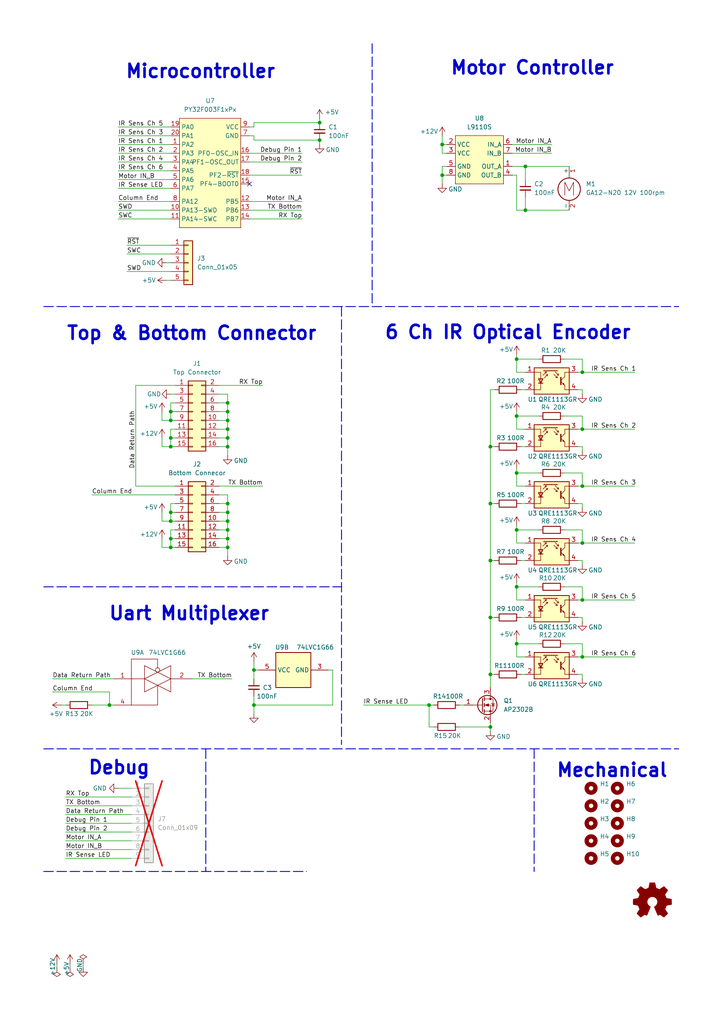
<source format=kicad_sch>
(kicad_sch (version 20231120) (generator "eeschema") (generator_version "8.0")
  (paper "A4" portrait)
  (title_block (title "Side Panel") (date "2024-07-28") (rev "4.0.0") (company "OpenFlap") (comment 1 "Designer: Toon Van Eyck"))
  (lib_symbols
    (symbol "74xGxx:74LVC1G66"
      (property "Reference" "U" (at 2.54 7.62 0))
      (property "Value" "74LVC1G66" (at 7.62 -7.62 0))
      (symbol "74LVC1G66_1_1"
        (pin bidirectional line (at -12.7 0 0) (length 5.08) (name "~") (number "1"))
        (pin bidirectional line (at 10.16 0 180) (length 6.35) (name "~") (number "2"))
        (pin input line (at -12.7 -7.62 0) (length 5.08) (name "~") (number "4"))
      )
      (symbol "74LVC1G66_2_1"
        (pin power_in line (at 0 -10.16 90) (length 5.08) (name "GND") (number "3"))
        (pin power_in line (at 0 10.16 270) (length 5.08) (name "VCC") (number "5"))
      )
    )
    (symbol "Connector_Generic:Conn_01x05" (pin_names (offset 1.016) hide)
      (property "Reference" "J" (at 0 7.62 0))
      (property "Value" "Conn_01x05" (at 0 -7.62 0))
      (symbol "Conn_01x05_1_1"
        (pin passive line (at -5.08 5.08 0) (length 3.81) (name "Pin_1") (number "1"))
        (pin passive line (at -5.08 2.54 0) (length 3.81) (name "Pin_2") (number "2"))
        (pin passive line (at -5.08 0 0) (length 3.81) (name "Pin_3") (number "3"))
        (pin passive line (at -5.08 -2.54 0) (length 3.81) (name "Pin_4") (number "4"))
        (pin passive line (at -5.08 -5.08 0) (length 3.81) (name "Pin_5") (number "5"))
      )
    )
    (symbol "Connector_Generic:Conn_01x09" (pin_names (offset 1.016) hide)
      (property "Reference" "J" (at 0 12.7 0))
      (property "Value" "Conn_01x09" (at 0 -12.7 0))
      (symbol "Conn_01x09_1_1"
        (pin passive line (at -5.08 10.16 0) (length 3.81) (name "Pin_1") (number "1"))
        (pin passive line (at -5.08 7.62 0) (length 3.81) (name "Pin_2") (number "2"))
        (pin passive line (at -5.08 5.08 0) (length 3.81) (name "Pin_3") (number "3"))
        (pin passive line (at -5.08 2.54 0) (length 3.81) (name "Pin_4") (number "4"))
        (pin passive line (at -5.08 0 0) (length 3.81) (name "Pin_5") (number "5"))
        (pin passive line (at -5.08 -2.54 0) (length 3.81) (name "Pin_6") (number "6"))
        (pin passive line (at -5.08 -5.08 0) (length 3.81) (name "Pin_7") (number "7"))
        (pin passive line (at -5.08 -7.62 0) (length 3.81) (name "Pin_8") (number "8"))
        (pin passive line (at -5.08 -10.16 0) (length 3.81) (name "Pin_9") (number "9"))
      )
    )
    (symbol "Connector_Generic:Conn_02x08_Odd_Even" (pin_names (offset 1.016) hide)
      (property "Reference" "J" (at 1.27 10.16 0))
      (property "Value" "Conn_02x08_Odd_Even" (at 1.27 -12.7 0))
      (symbol "Conn_02x08_Odd_Even_1_1"
        (pin passive line (at -5.08 7.62 0) (length 3.81) (name "Pin_1") (number "1"))
        (pin passive line (at 7.62 -2.54 180) (length 3.81) (name "Pin_10") (number "10"))
        (pin passive line (at -5.08 -5.08 0) (length 3.81) (name "Pin_11") (number "11"))
        (pin passive line (at 7.62 -5.08 180) (length 3.81) (name "Pin_12") (number "12"))
        (pin passive line (at -5.08 -7.62 0) (length 3.81) (name "Pin_13") (number "13"))
        (pin passive line (at 7.62 -7.62 180) (length 3.81) (name "Pin_14") (number "14"))
        (pin passive line (at -5.08 -10.16 0) (length 3.81) (name "Pin_15") (number "15"))
        (pin passive line (at 7.62 -10.16 180) (length 3.81) (name "Pin_16") (number "16"))
        (pin passive line (at 7.62 7.62 180) (length 3.81) (name "Pin_2") (number "2"))
        (pin passive line (at -5.08 5.08 0) (length 3.81) (name "Pin_3") (number "3"))
        (pin passive line (at 7.62 5.08 180) (length 3.81) (name "Pin_4") (number "4"))
        (pin passive line (at -5.08 2.54 0) (length 3.81) (name "Pin_5") (number "5"))
        (pin passive line (at 7.62 2.54 180) (length 3.81) (name "Pin_6") (number "6"))
        (pin passive line (at -5.08 0 0) (length 3.81) (name "Pin_7") (number "7"))
        (pin passive line (at 7.62 0 180) (length 3.81) (name "Pin_8") (number "8"))
        (pin passive line (at -5.08 -2.54 0) (length 3.81) (name "Pin_9") (number "9"))
      )
    )
    (symbol "Device:C_Small" (pin_numbers hide) (pin_names (offset 0.254) hide)
      (property "Reference" "C" (at 0.254 1.778 0))
      (property "Value" "C_Small" (at 0.254 -2.032 0))
      (symbol "C_Small_1_1"
        (pin passive line (at 0 2.54 270) (length 2.032) (name "~") (number "1"))
        (pin passive line (at 0 -2.54 90) (length 2.032) (name "~") (number "2"))
      )
    )
    (symbol "Device:Q_NMOS_GSD" (pin_names (offset 0) hide)
      (property "Reference" "Q1" (at 6.35 1.27 0))
      (property "Value" "AP2302B" (at 6.35 -1.27 0))
      (symbol "Q_NMOS_GSD_1_1"
        (pin input line (at -5.08 0 0) (length 2.54) (name "G") (number "1"))
        (pin passive line (at 2.54 -5.08 90) (length 2.54) (name "S") (number "2"))
        (pin passive line (at 2.54 5.08 270) (length 2.54) (name "D") (number "3"))
      )
    )
    (symbol "Device:R" (pin_numbers hide) (pin_names (offset 0))
      (property "Reference" "R" (at 2.032 0 90))
      (property "Value" "R" (at 0 0 90))
      (symbol "R_1_1"
        (pin passive line (at 0 3.81 270) (length 1.27) (name "~") (number "1"))
        (pin passive line (at 0 -3.81 90) (length 1.27) (name "~") (number "2"))
      )
    )
    (symbol "Graphic:Logo_Open_Hardware_Small" (in_bom no) (on_board no))
    (symbol "L9110S:L9110S"
      (property "Reference" "U" (at -5.588 8.89 0))
      (property "Value" "L9110S" (at 4.572 8.89 0))
      (symbol "L9110S_1_1"
        (pin output line (at 10.16 -1.27 180) (length 2.54) (name "OUT_A") (number "1"))
        (pin power_in line (at -8.89 5.08 0) (length 2.54) (name "VCC") (number "2"))
        (pin power_in line (at -8.89 2.54 0) (length 2.54) (name "VCC") (number "3"))
        (pin output line (at 10.16 -3.81 180) (length 2.54) (name "OUT_B") (number "4"))
        (pin power_in line (at -8.89 -1.27 0) (length 2.54) (name "GND") (number "5"))
        (pin input line (at 10.16 5.08 180) (length 2.54) (name "IN_A") (number "6"))
        (pin input line (at 10.16 2.54 180) (length 2.54) (name "IN_B") (number "7"))
        (pin power_in line (at -8.89 -3.81 0) (length 2.54) (name "GND") (number "8"))
      )
    )
    (symbol "Mechanical:MountingHole" (pin_names (offset 1.016)) (exclude_from_sim yes) (in_bom no)
      (property "Reference" "H" (at 0 5.08 0))
      (property "Value" "MountingHole" (at 0 3.175 0))
    )
    (symbol "Motor:Motor_DC" (pin_names (offset 0))
      (property "Reference" "M" (at 2.54 2.54 0))
      (property "Value" "Motor_DC" (at 2.54 -5.08 0))
      (symbol "Motor_DC_1_1"
        (pin passive line (at 0 5.08 270) (length 2.54) (name "+") (number "1"))
        (pin passive line (at 0 -7.62 90) (length 2.54) (name "-") (number "2"))
      )
    )
    (symbol "QRE1113GR_1" (pin_names (offset 0.0254) hide)
      (property "Reference" "U6" (at -5.588 -5.334 0))
      (property "Value" "QRE1113GR" (at 1.778 -5.334 0))
      (symbol "QRE1113GR_1_1_1"
        (pin passive line (at -7.62 2.54 0) (length 2.54) (name "A") (number "1"))
        (pin passive line (at -7.62 -2.54 0) (length 2.54) (name "K") (number "2"))
        (pin open_collector line (at 7.62 2.54 180) (length 2.54) (name "~") (number "3"))
        (pin passive line (at 7.62 -2.54 180) (length 2.54) (name "~") (number "4"))
      )
    )
    (symbol "Sensor_Proximity:QRE1113GR" (pin_names (offset 0.0254) hide)
      (property "Reference" "U1" (at -5.588 -5.334 0))
      (property "Value" "QRE1113GR" (at 1.778 -5.334 0))
      (symbol "QRE1113GR_1_1"
        (pin passive line (at -7.62 2.54 0) (length 2.54) (name "A") (number "1"))
        (pin passive line (at -7.62 -2.54 0) (length 2.54) (name "K") (number "2"))
        (pin open_collector line (at 7.62 2.54 180) (length 2.54) (name "~") (number "3"))
        (pin passive line (at 7.62 -2.54 180) (length 2.54) (name "~") (number "4"))
      )
    )
    (symbol "power:+12V" (power) (pin_numbers hide) (pin_names (offset 0) hide)
      (property "Value" "+12V" (at 0 3.556 0))
      (symbol "+12V_1_1"
        (pin power_in line (at 0 0 90) (length 0) (name "~") (number "1"))
      )
    )
    (symbol "power:+5V" (power) (pin_numbers hide) (pin_names (offset 0) hide)
      (property "Value" "+5V" (at 0 3.556 0))
      (symbol "+5V_1_1"
        (pin power_in line (at 0 0 90) (length 0) (name "~") (number "1"))
      )
    )
    (symbol "power:GND" (power) (pin_numbers hide) (pin_names (offset 0) hide)
      (property "Value" "GND" (at 0 -3.81 0))
      (symbol "GND_1_1"
        (pin power_in line (at 0 0 270) (length 0) (name "~") (number "1"))
      )
    )
    (symbol "power:PWR_FLAG" (power) (pin_numbers hide) (pin_names (offset 0) hide)
      (property "Value" "PWR_FLAG" (at 0 3.81 0))
      (symbol "PWR_FLAG_0_0"
        (pin power_out line (at 0 0 90) (length 0) (name "~") (number "1"))
      )
    )
    (symbol "puya:PY32F003F1xPx"
      (property "Reference" "U" (at -7.62 16.256 0))
      (property "Value" "PY32F003F1xPx" (at 7.366 16.256 0))
      (symbol "PY32F003F1xPx_1_1"
        (pin bidirectional line (at -11.43 7.62 0) (length 2.54) (name "PA2") (number "1"))
        (pin bidirectional line (at -11.43 -11.43 0) (length 2.54) (name "PA13-SWD") (number "10"))
        (pin bidirectional line (at -11.43 -13.97 0) (length 2.54) (name "PA14-SWC") (number "11"))
        (pin bidirectional line (at 11.43 -8.89 180) (length 2.54) (name "PB5") (number "12"))
        (pin bidirectional line (at 11.43 -11.43 180) (length 2.54) (name "PB6") (number "13"))
        (pin bidirectional line (at 11.43 -13.97 180) (length 2.54) (name "PB7") (number "14"))
        (pin bidirectional line (at 11.43 -3.81 180) (length 2.54) (name "PF4-BOOT0") (number "15"))
        (pin bidirectional line (at 11.43 5.08 180) (length 2.54) (name "PF0-OSC_IN") (number "16"))
        (pin bidirectional line (at 11.43 2.54 180) (length 2.54) (name "PF1-OSC_OUT") (number "17"))
        (pin bidirectional line (at 11.43 -1.27 180) (length 2.54) (name "PF2-~{RST}") (number "18"))
        (pin bidirectional line (at -11.43 12.7 0) (length 2.54) (name "PA0") (number "19"))
        (pin bidirectional line (at -11.43 5.08 0) (length 2.54) (name "PA3") (number "2"))
        (pin bidirectional line (at -11.43 10.16 0) (length 2.54) (name "PA1") (number "20"))
        (pin bidirectional line (at -11.43 2.54 0) (length 2.54) (name "PA4") (number "3"))
        (pin bidirectional line (at -11.43 0 0) (length 2.54) (name "PA5") (number "4"))
        (pin bidirectional line (at -11.43 -2.54 0) (length 2.54) (name "PA6") (number "5"))
        (pin bidirectional line (at -11.43 -5.08 0) (length 2.54) (name "PA7") (number "6"))
        (pin power_in line (at 11.43 10.16 180) (length 2.54) (name "GND") (number "7"))
        (pin bidirectional line (at -11.43 -8.89 0) (length 2.54) (name "PA12") (number "8"))
        (pin power_in line (at 11.43 12.7 180) (length 2.54) (name "VCC") (number "9"))
      )
    )
  )
  (junction (at 142.24 195.58))
  (junction (at 66.04 146.05))
  (junction (at 152.4 60.96))
  (junction (at 66.04 119.38))
  (junction (at 49.53 156.21))
  (junction (at 149.86 120.65))
  (junction (at 149.86 137.16))
  (junction (at 49.53 119.38))
  (junction (at 49.53 158.75))
  (junction (at 152.4 48.26))
  (junction (at 66.04 156.21))
  (junction (at 168.91 140.97))
  (junction (at 66.04 153.67))
  (junction (at 92.71 40.64))
  (junction (at 73.66 204.47))
  (junction (at 49.53 151.13))
  (junction (at 66.04 127))
  (junction (at 49.53 127))
  (junction (at 128.27 41.91))
  (junction (at 142.24 146.05))
  (junction (at 149.86 153.67))
  (junction (at 66.04 158.75))
  (junction (at 66.04 129.54))
  (junction (at 168.91 190.5))
  (junction (at 142.24 210.82))
  (junction (at 128.27 50.8))
  (junction (at 168.91 173.99))
  (junction (at 142.24 179.07))
  (junction (at 49.53 129.54))
  (junction (at 66.04 151.13))
  (junction (at 168.91 157.48))
  (junction (at 66.04 124.46))
  (junction (at 149.86 104.14))
  (junction (at 66.04 121.92))
  (junction (at 31.75 204.47))
  (junction (at 142.24 162.56))
  (junction (at 49.53 148.59))
  (junction (at 73.66 194.31))
  (junction (at 168.91 124.46))
  (junction (at 66.04 116.84))
  (junction (at 92.71 35.56))
  (junction (at 66.04 148.59))
  (junction (at 124.46 204.47))
  (junction (at 149.86 186.69))
  (junction (at 168.91 107.95))
  (junction (at 49.53 121.92))
  (junction (at 149.86 170.18))
  (junction (at 142.24 129.54))
  (no_connect (at 72.39 53.34))
  (wire (pts (xy 49.53 153.67) (xy 49.53 156.21)))
  (wire (pts (xy 152.4 48.26) (xy 165.1 48.26)))
  (wire (pts (xy 152.4 157.48) (xy 149.86 157.48)))
  (wire (pts (xy 17.78 204.47) (xy 19.05 204.47)))
  (wire (pts (xy 73.66 39.37) (xy 73.66 40.64)))
  (wire (pts (xy 66.04 116.84) (xy 66.04 119.38)))
  (wire (pts (xy 31.75 200.66) (xy 31.75 204.47)))
  (wire (pts (xy 34.29 49.53) (xy 49.53 49.53)))
  (wire (pts (xy 152.4 60.96) (xy 149.86 60.96)))
  (wire (pts (xy 128.27 48.26) (xy 128.27 50.8)))
  (wire (pts (xy 167.64 173.99) (xy 168.91 173.99)))
  (wire (pts (xy 49.53 148.59) (xy 50.8 148.59)))
  (wire (pts (xy 168.91 179.07) (xy 168.91 180.34)))
  (wire (pts (xy 66.04 158.75) (xy 66.04 161.29)))
  (wire (pts (xy 66.04 119.38) (xy 66.04 121.92)))
  (polyline (pts (xy 12.7 88.9) (xy 196.85 88.9)) (stroke (width 0.254) (type dash)))
  (wire (pts (xy 73.66 194.31) (xy 74.93 194.31)))
  (wire (pts (xy 163.83 153.67) (xy 168.91 153.67)))
  (wire (pts (xy 92.71 40.64) (xy 92.71 41.91)))
  (wire (pts (xy 142.24 179.07) (xy 143.51 179.07)))
  (wire (pts (xy 66.04 151.13) (xy 66.04 153.67)))
  (wire (pts (xy 151.13 195.58) (xy 152.4 195.58)))
  (wire (pts (xy 72.39 50.8) (xy 87.63 50.8)))
  (wire (pts (xy 46.99 129.54) (xy 49.53 129.54)))
  (wire (pts (xy 19.05 241.3) (xy 38.1 241.3)))
  (wire (pts (xy 73.66 191.77) (xy 73.66 194.31)))
  (wire (pts (xy 142.24 195.58) (xy 142.24 199.39)))
  (wire (pts (xy 36.83 73.66) (xy 49.53 73.66)))
  (wire (pts (xy 151.13 146.05) (xy 152.4 146.05)))
  (polyline (pts (xy 12.7 217.17) (xy 196.85 217.17)) (stroke (width 0.254) (type dash)))
  (wire (pts (xy 128.27 41.91) (xy 128.27 44.45)))
  (wire (pts (xy 95.25 194.31) (xy 96.52 194.31)))
  (wire (pts (xy 142.24 129.54) (xy 143.51 129.54)))
  (wire (pts (xy 142.24 146.05) (xy 143.51 146.05)))
  (wire (pts (xy 63.5 156.21) (xy 66.04 156.21)))
  (wire (pts (xy 48.26 76.2) (xy 49.53 76.2)))
  (polyline (pts (xy 154.94 217.17) (xy 154.94 252.73)) (stroke (width 0.254) (type dash)))
  (wire (pts (xy 46.99 158.75) (xy 49.53 158.75)))
  (wire (pts (xy 168.91 137.16) (xy 168.91 140.97)))
  (wire (pts (xy 66.04 129.54) (xy 63.5 129.54)))
  (wire (pts (xy 124.46 210.82) (xy 124.46 204.47)))
  (wire (pts (xy 34.29 58.42) (xy 49.53 58.42)))
  (wire (pts (xy 34.29 52.07) (xy 49.53 52.07)))
  (wire (pts (xy 149.86 119.38) (xy 149.86 120.65)))
  (wire (pts (xy 105.41 204.47) (xy 124.46 204.47)))
  (wire (pts (xy 19.05 236.22) (xy 38.1 236.22)))
  (wire (pts (xy 128.27 50.8) (xy 129.54 50.8)))
  (polyline (pts (xy 12.7 252.73) (xy 88.9 252.73)) (stroke (width 0.254) (type dash)))
  (wire (pts (xy 26.67 143.51) (xy 50.8 143.51)))
  (wire (pts (xy 50.8 151.13) (xy 49.53 151.13)))
  (wire (pts (xy 39.37 111.76) (xy 39.37 140.97)))
  (wire (pts (xy 167.64 162.56) (xy 168.91 162.56)))
  (wire (pts (xy 163.83 120.65) (xy 168.91 120.65)))
  (wire (pts (xy 152.4 190.5) (xy 149.86 190.5)))
  (wire (pts (xy 152.4 140.97) (xy 149.86 140.97)))
  (wire (pts (xy 168.91 129.54) (xy 168.91 130.81)))
  (wire (pts (xy 36.83 78.74) (xy 49.53 78.74)))
  (polyline (pts (xy 107.95 12.7) (xy 107.95 88.9)) (stroke (width 0.254) (type dash)))
  (wire (pts (xy 49.53 114.3) (xy 50.8 114.3)))
  (wire (pts (xy 49.53 127) (xy 50.8 127)))
  (wire (pts (xy 167.64 157.48) (xy 168.91 157.48)))
  (wire (pts (xy 125.73 210.82) (xy 124.46 210.82)))
  (wire (pts (xy 49.53 116.84) (xy 49.53 119.38)))
  (wire (pts (xy 63.5 146.05) (xy 66.04 146.05)))
  (wire (pts (xy 92.71 34.29) (xy 92.71 35.56)))
  (wire (pts (xy 63.5 121.92) (xy 66.04 121.92)))
  (wire (pts (xy 49.53 148.59) (xy 49.53 151.13)))
  (wire (pts (xy 142.24 195.58) (xy 143.51 195.58)))
  (wire (pts (xy 72.39 44.45) (xy 87.63 44.45)))
  (wire (pts (xy 34.29 228.6) (xy 38.1 228.6)))
  (wire (pts (xy 73.66 204.47) (xy 73.66 207.01)))
  (wire (pts (xy 66.04 158.75) (xy 63.5 158.75)))
  (wire (pts (xy 20.32 279.4) (xy 20.32 280.67)))
  (wire (pts (xy 36.83 71.12) (xy 49.53 71.12)))
  (wire (pts (xy 168.91 190.5) (xy 184.15 190.5)))
  (wire (pts (xy 168.91 140.97) (xy 184.15 140.97)))
  (wire (pts (xy 66.04 121.92) (xy 66.04 124.46)))
  (wire (pts (xy 168.91 186.69) (xy 168.91 190.5)))
  (wire (pts (xy 66.04 146.05) (xy 66.04 148.59)))
  (wire (pts (xy 34.29 54.61) (xy 49.53 54.61)))
  (wire (pts (xy 168.91 107.95) (xy 184.15 107.95)))
  (wire (pts (xy 66.04 153.67) (xy 66.04 156.21)))
  (wire (pts (xy 66.04 148.59) (xy 66.04 151.13)))
  (wire (pts (xy 31.75 204.47) (xy 33.02 204.47)))
  (wire (pts (xy 168.91 195.58) (xy 168.91 196.85)))
  (wire (pts (xy 63.5 127) (xy 66.04 127)))
  (wire (pts (xy 142.24 179.07) (xy 142.24 195.58)))
  (wire (pts (xy 149.86 152.4) (xy 149.86 153.67)))
  (wire (pts (xy 73.66 204.47) (xy 96.52 204.47)))
  (wire (pts (xy 124.46 204.47) (xy 125.73 204.47)))
  (wire (pts (xy 163.83 104.14) (xy 168.91 104.14)))
  (wire (pts (xy 48.26 81.28) (xy 49.53 81.28)))
  (wire (pts (xy 129.54 44.45) (xy 128.27 44.45)))
  (wire (pts (xy 149.86 102.87) (xy 149.86 104.14)))
  (wire (pts (xy 167.64 179.07) (xy 168.91 179.07)))
  (wire (pts (xy 73.66 201.93) (xy 73.66 204.47)))
  (wire (pts (xy 63.5 111.76) (xy 76.2 111.76)))
  (wire (pts (xy 39.37 111.76) (xy 50.8 111.76)))
  (wire (pts (xy 66.04 127) (xy 66.04 129.54)))
  (wire (pts (xy 73.66 40.64) (xy 92.71 40.64)))
  (wire (pts (xy 168.91 162.56) (xy 168.91 163.83)))
  (wire (pts (xy 149.86 153.67) (xy 149.86 157.48)))
  (wire (pts (xy 55.88 196.85) (xy 67.31 196.85)))
  (wire (pts (xy 63.5 114.3) (xy 66.04 114.3)))
  (wire (pts (xy 149.86 120.65) (xy 149.86 124.46)))
  (wire (pts (xy 24.13 279.4) (xy 24.13 280.67)))
  (wire (pts (xy 63.5 140.97) (xy 76.2 140.97)))
  (wire (pts (xy 152.4 124.46) (xy 149.86 124.46)))
  (wire (pts (xy 66.04 129.54) (xy 66.04 132.08)))
  (wire (pts (xy 50.8 158.75) (xy 49.53 158.75)))
  (wire (pts (xy 63.5 148.59) (xy 66.04 148.59)))
  (wire (pts (xy 143.51 113.03) (xy 142.24 113.03)))
  (wire (pts (xy 156.21 186.69) (xy 149.86 186.69)))
  (wire (pts (xy 148.59 48.26) (xy 152.4 48.26)))
  (polyline (pts (xy 99.06 88.9) (xy 99.06 215.9)) (stroke (width 0.254) (type dash)))
  (wire (pts (xy 151.13 129.54) (xy 152.4 129.54)))
  (wire (pts (xy 19.05 231.14) (xy 38.1 231.14)))
  (wire (pts (xy 165.1 60.96) (xy 152.4 60.96)))
  (wire (pts (xy 50.8 140.97) (xy 39.37 140.97)))
  (wire (pts (xy 163.83 186.69) (xy 168.91 186.69)))
  (wire (pts (xy 148.59 44.45) (xy 160.02 44.45)))
  (wire (pts (xy 156.21 104.14) (xy 149.86 104.14)))
  (wire (pts (xy 19.05 243.84) (xy 38.1 243.84)))
  (wire (pts (xy 73.66 36.83) (xy 72.39 36.83)))
  (wire (pts (xy 49.53 121.92) (xy 46.99 121.92)))
  (wire (pts (xy 142.24 162.56) (xy 143.51 162.56)))
  (wire (pts (xy 167.64 124.46) (xy 168.91 124.46)))
  (wire (pts (xy 26.67 204.47) (xy 31.75 204.47)))
  (wire (pts (xy 46.99 151.13) (xy 46.99 148.59)))
  (wire (pts (xy 149.86 60.96) (xy 149.86 50.8)))
  (wire (pts (xy 49.53 158.75) (xy 49.53 156.21)))
  (wire (pts (xy 142.24 210.82) (xy 142.24 212.09)))
  (polyline (pts (xy 59.69 217.17) (xy 59.69 252.73)) (stroke (width 0.254) (type dash)))
  (wire (pts (xy 34.29 63.5) (xy 49.53 63.5)))
  (wire (pts (xy 66.04 143.51) (xy 66.04 146.05)))
  (wire (pts (xy 168.91 113.03) (xy 168.91 114.3)))
  (wire (pts (xy 142.24 129.54) (xy 142.24 146.05)))
  (wire (pts (xy 72.39 63.5) (xy 87.63 63.5)))
  (wire (pts (xy 15.24 196.85) (xy 33.02 196.85)))
  (wire (pts (xy 152.4 173.99) (xy 149.86 173.99)))
  (wire (pts (xy 50.8 116.84) (xy 49.53 116.84)))
  (wire (pts (xy 167.64 195.58) (xy 168.91 195.58)))
  (wire (pts (xy 50.8 121.92) (xy 49.53 121.92)))
  (wire (pts (xy 149.86 170.18) (xy 149.86 173.99)))
  (wire (pts (xy 168.91 120.65) (xy 168.91 124.46)))
  (wire (pts (xy 167.64 146.05) (xy 168.91 146.05)))
  (wire (pts (xy 34.29 44.45) (xy 49.53 44.45)))
  (wire (pts (xy 49.53 156.21) (xy 50.8 156.21)))
  (wire (pts (xy 50.8 146.05) (xy 49.53 146.05)))
  (wire (pts (xy 128.27 39.37) (xy 128.27 41.91)))
  (wire (pts (xy 34.29 39.37) (xy 49.53 39.37)))
  (wire (pts (xy 128.27 41.91) (xy 129.54 41.91)))
  (wire (pts (xy 156.21 137.16) (xy 149.86 137.16)))
  (wire (pts (xy 148.59 41.91) (xy 160.02 41.91)))
  (wire (pts (xy 149.86 137.16) (xy 149.86 140.97)))
  (wire (pts (xy 149.86 185.42) (xy 149.86 186.69)))
  (wire (pts (xy 34.29 60.96) (xy 49.53 60.96)))
  (wire (pts (xy 49.53 146.05) (xy 49.53 148.59)))
  (wire (pts (xy 49.53 124.46) (xy 49.53 127)))
  (wire (pts (xy 168.91 153.67) (xy 168.91 157.48)))
  (wire (pts (xy 72.39 46.99) (xy 87.63 46.99)))
  (wire (pts (xy 128.27 50.8) (xy 128.27 53.34)))
  (wire (pts (xy 129.54 48.26) (xy 128.27 48.26)))
  (wire (pts (xy 167.64 190.5) (xy 168.91 190.5)))
  (wire (pts (xy 152.4 107.95) (xy 149.86 107.95)))
  (wire (pts (xy 19.05 248.92) (xy 38.1 248.92)))
  (wire (pts (xy 46.99 156.21) (xy 46.99 158.75)))
  (wire (pts (xy 149.86 168.91) (xy 149.86 170.18)))
  (wire (pts (xy 156.21 153.67) (xy 149.86 153.67)))
  (wire (pts (xy 149.86 50.8) (xy 148.59 50.8)))
  (wire (pts (xy 63.5 151.13) (xy 66.04 151.13)))
  (wire (pts (xy 152.4 57.15) (xy 152.4 60.96)))
  (wire (pts (xy 156.21 170.18) (xy 149.86 170.18)))
  (wire (pts (xy 46.99 121.92) (xy 46.99 119.38)))
  (wire (pts (xy 49.53 119.38) (xy 49.53 121.92)))
  (wire (pts (xy 163.83 170.18) (xy 168.91 170.18)))
  (wire (pts (xy 50.8 153.67) (xy 49.53 153.67)))
  (wire (pts (xy 92.71 35.56) (xy 73.66 35.56)))
  (wire (pts (xy 151.13 162.56) (xy 152.4 162.56)))
  (wire (pts (xy 167.64 107.95) (xy 168.91 107.95)))
  (wire (pts (xy 142.24 162.56) (xy 142.24 179.07)))
  (wire (pts (xy 168.91 157.48) (xy 184.15 157.48)))
  (wire (pts (xy 72.39 58.42) (xy 87.63 58.42)))
  (wire (pts (xy 168.91 173.99) (xy 184.15 173.99)))
  (wire (pts (xy 19.05 246.38) (xy 38.1 246.38)))
  (wire (pts (xy 133.35 204.47) (xy 134.62 204.47)))
  (wire (pts (xy 49.53 151.13) (xy 46.99 151.13)))
  (wire (pts (xy 63.5 143.51) (xy 66.04 143.51)))
  (wire (pts (xy 167.64 140.97) (xy 168.91 140.97)))
  (wire (pts (xy 34.29 46.99) (xy 49.53 46.99)))
  (wire (pts (xy 63.5 116.84) (xy 66.04 116.84)))
  (wire (pts (xy 133.35 210.82) (xy 142.24 210.82)))
  (wire (pts (xy 151.13 179.07) (xy 152.4 179.07)))
  (wire (pts (xy 168.91 170.18) (xy 168.91 173.99)))
  (wire (pts (xy 66.04 124.46) (xy 66.04 127)))
  (wire (pts (xy 46.99 127) (xy 46.99 129.54)))
  (wire (pts (xy 72.39 60.96) (xy 87.63 60.96)))
  (wire (pts (xy 63.5 119.38) (xy 66.04 119.38)))
  (wire (pts (xy 168.91 104.14) (xy 168.91 107.95)))
  (wire (pts (xy 49.53 129.54) (xy 49.53 127)))
  (wire (pts (xy 16.51 279.4) (xy 16.51 280.67)))
  (wire (pts (xy 149.86 135.89) (xy 149.86 137.16)))
  (wire (pts (xy 142.24 209.55) (xy 142.24 210.82)))
  (wire (pts (xy 50.8 124.46) (xy 49.53 124.46)))
  (wire (pts (xy 149.86 104.14) (xy 149.86 107.95)))
  (wire (pts (xy 167.64 113.03) (xy 168.91 113.03)))
  (wire (pts (xy 50.8 129.54) (xy 49.53 129.54)))
  (wire (pts (xy 151.13 113.03) (xy 152.4 113.03)))
  (wire (pts (xy 63.5 124.46) (xy 66.04 124.46)))
  (wire (pts (xy 34.29 36.83) (xy 49.53 36.83)))
  (wire (pts (xy 19.05 233.68) (xy 38.1 233.68)))
  (wire (pts (xy 168.91 146.05) (xy 168.91 147.32)))
  (wire (pts (xy 73.66 194.31) (xy 73.66 196.85)))
  (wire (pts (xy 96.52 194.31) (xy 96.52 204.47)))
  (wire (pts (xy 19.05 238.76) (xy 38.1 238.76)))
  (wire (pts (xy 72.39 39.37) (xy 73.66 39.37)))
  (polyline (pts (xy 12.7 170.18) (xy 99.06 170.18)) (stroke (width 0.254) (type dash)))
  (wire (pts (xy 49.53 119.38) (xy 50.8 119.38)))
  (wire (pts (xy 156.21 120.65) (xy 149.86 120.65)))
  (wire (pts (xy 152.4 48.26) (xy 152.4 52.07)))
  (wire (pts (xy 15.24 200.66) (xy 31.75 200.66)))
  (wire (pts (xy 142.24 113.03) (xy 142.24 129.54)))
  (wire (pts (xy 34.29 41.91) (xy 49.53 41.91)))
  (wire (pts (xy 73.66 35.56) (xy 73.66 36.83)))
  (wire (pts (xy 66.04 156.21) (xy 66.04 158.75)))
  (wire (pts (xy 167.64 129.54) (xy 168.91 129.54)))
  (wire (pts (xy 142.24 146.05) (xy 142.24 162.56)))
  (wire (pts (xy 163.83 137.16) (xy 168.91 137.16)))
  (wire (pts (xy 149.86 186.69) (xy 149.86 190.5)))
  (wire (pts (xy 66.04 114.3) (xy 66.04 116.84)))
  (wire (pts (xy 63.5 153.67) (xy 66.04 153.67)))
  (wire (pts (xy 168.91 124.46) (xy 184.15 124.46)))
  (text "Top & Bottom Connector" (at 55.626 96.774 0) (effects (font (size 3.81 3.81) (bold yes))))
  (text "6 Ch IR Optical Encoder" (at 147.32 96.52 0) (effects (font (size 3.81 3.81) (bold yes))))
  (text "Uart Multiplexer" (at 54.864 178.054 0) (effects (font (size 3.81 3.81) (bold yes))))
  (text "Motor Controller" (at 154.432 19.812 0) (effects (font (size 3.81 3.81) (bold yes))))
  (text "Mechanical" (at 177.546 223.52 0) (effects (font (size 3.81 3.81) (bold yes))))
  (text "Microcontroller" (at 58.166 20.828 0) (effects (font (size 3.81 3.81) (bold yes))))
  (text "Debug" (at 34.544 222.758 0) (effects (font (size 3.81 3.81) (bold yes))))
  (label "IR Sense LED" (at 105.41 204.47 0))
  (label "TX Bottom" (at 87.63 60.96 180))
  (label "SWC" (at 34.29 63.5 0))
  (label "IR Sens Ch 4" (at 171.45 157.48 0))
  (label "Column End" (at 26.67 143.51 0))
  (label "IR Sense LED" (at 19.05 248.92 0))
  (label "~{RST}" (at 87.63 50.8 180))
  (label "TX Bottom" (at 19.05 233.68 0))
  (label "~{RST}" (at 36.83 71.12 0))
  (label "Column End" (at 15.24 200.66 0))
  (label "Debug Pin 1" (at 19.05 238.76 0))
  (label "IR Sens Ch 6" (at 171.45 190.5 0))
  (label "Motor IN_B" (at 34.29 52.07 0))
  (label "IR Sens Ch 2" (at 34.29 44.45 0))
  (label "SWD" (at 36.83 78.74 0))
  (label "Debug Pin 2" (at 19.05 241.3 0))
  (label "Data Return Path" (at 19.05 236.22 0))
  (label "RX Top" (at 76.2 111.76 180))
  (label "SWC" (at 36.83 73.66 0))
  (label "IR Sens Ch 2" (at 171.45 124.46 0))
  (label "Debug Pin 1" (at 87.63 44.45 180))
  (label "SWD" (at 34.29 60.96 0))
  (label "IR Sens Ch 5" (at 171.45 173.99 0))
  (label "Motor IN_A" (at 87.63 58.42 180))
  (label "Motor IN_A" (at 160.02 41.91 180))
  (label "Debug Pin 2" (at 87.63 46.99 180))
  (label "TX Bottom" (at 67.31 196.85 180))
  (label "IR Sens Ch 3" (at 34.29 39.37 0))
  (label "IR Sens Ch 4" (at 34.29 46.99 0))
  (label "TX Bottom" (at 76.2 140.97 180))
  (label "IR Sens Ch 5" (at 34.29 36.83 0))
  (label "Data Return Path" (at 39.37 135.89 90))
  (label "IR Sense LED" (at 34.29 54.61 0))
  (label "Motor IN_B" (at 160.02 44.45 180))
  (label "IR Sens Ch 3" (at 171.45 140.97 0))
  (label "Motor IN_B" (at 19.05 246.38 0))
  (label "IR Sens Ch 6" (at 34.29 49.53 0))
  (label "Column End" (at 34.29 58.42 0))
  (label "RX Top" (at 19.05 231.14 0))
  (label "Data Return Path" (at 15.24 196.85 0))
  (label "Motor IN_A" (at 19.05 243.84 0))
  (label "IR Sens Ch 1" (at 34.29 41.91 0))
  (label "IR Sens Ch 1" (at 171.45 107.95 0))
  (label "RX Top" (at 87.63 63.5 180))
  (symbol (lib_id "power:GND") (at 168.91 196.85 0) (unit 1)
    (property "Reference" "#PWR012" (effects (hide yes)))
    (property "Value" "GND" (at 172.72 198.374 0))
    (property "Description" "Power symbol creates a global label with name \"GND\" , ground" (effects (hide yes)))
  )
  (symbol (lib_id "power:GND") (at 92.71 41.91 0) (unit 1)
    (property "Reference" "#PWR026" (effects (hide yes)))
    (property "Value" "GND" (at 96.52 43.434 0))
    (property "Description" "Power symbol creates a global label with name \"GND\" , ground" (effects (hide yes)))
  )
  (symbol (lib_id "power:+5V") (at 149.86 185.42 0) (unit 1)
    (property "Reference" "#PWR011" (effects (hide yes)))
    (property "Value" "+5V" (at 146.812 183.896 0))
    (property "Description" "Power symbol creates a global label with name \"+5V\"" (effects (hide yes)))
  )
  (symbol (lib_id "Connector_Generic:Conn_01x05") (at 54.61 76.2 0) (unit 1)
    (property "Reference" "J3" (at 57.15 74.93 0) (effects (justify left)))
    (property "Value" "Conn_01x05" (at 57.15 77.47 0) (effects (justify left)))
    (property "Footprint" "Connector_PinHeader_2.54mm:PinHeader_1x05_P2.54mm_Vertical" (effects (hide yes)))
    (property "Description" "Generic connector, single row, 01x05, script generated (kicad-library-utils/schlib/autogen/connector/)" (effects (hide yes)))
  )
  (symbol (lib_id "power:GND") (at 168.91 163.83 0) (unit 1)
    (property "Reference" "#PWR08" (effects (hide yes)))
    (property "Value" "GND" (at 172.72 165.354 0))
    (property "Description" "Power symbol creates a global label with name \"GND\" , ground" (effects (hide yes)))
  )
  (symbol (lib_id "power:GND") (at 48.26 76.2 270) (unit 1)
    (property "Reference" "#PWR021" (effects (hide yes)))
    (property "Value" "GND" (at 43.18 76.2 90))
    (property "Description" "Power symbol creates a global label with name \"GND\" , ground" (effects (hide yes)))
  )
  (symbol (lib_id "power:+5V") (at 149.86 102.87 0) (unit 1)
    (property "Reference" "#PWR01" (effects (hide yes)))
    (property "Value" "+5V" (at 146.812 101.346 0))
    (property "Description" "Power symbol creates a global label with name \"+5V\"" (effects (hide yes)))
  )
  (symbol (lib_id "power:+5V") (at 73.66 191.77 0) (unit 1)
    (property "Reference" "#PWR028" (effects (hide yes)))
    (property "Value" "+5V" (at 73.66 187.452 0))
    (property "Description" "Power symbol creates a global label with name \"+5V\"" (effects (hide yes)))
  )
  (symbol (lib_id "Device:R") (at 160.02 120.65 90) (unit 1)
    (property "Reference" "R4" (at 158.242 118.11 90))
    (property "Value" "20K" (at 162.306 118.11 90))
    (property "Footprint" "Resistor_SMD:R_0805_2012Metric" (effects (hide yes)))
    (property "Description" "Resistor" (effects (hide yes)))
  )
  (symbol (lib_id "Mechanical:MountingHole") (at 171.45 238.76 0) (unit 1) (exclude_from_sim yes) (in_bom no)
    (property "Reference" "H3" (at 173.99 237.49 0) (effects (justify left)))
    (property "Value" "MountingHole" (effects (hide yes)))
    (property "Footprint" "MountingHole:MountingHole_2.7mm_M2.5_ISO14580" (effects (hide yes)))
    (property "Description" "Mounting Hole without connection" (effects (hide yes)))
  )
  (symbol (lib_id "power:+5V") (at 149.86 168.91 0) (unit 1)
    (property "Reference" "#PWR09" (effects (hide yes)))
    (property "Value" "+5V" (at 146.812 167.386 0))
    (property "Description" "Power symbol creates a global label with name \"+5V\"" (effects (hide yes)))
  )
  (symbol (lib_id "Device:C_Small") (at 92.71 38.1 0) (unit 1)
    (property "Reference" "C1" (at 95.25 36.8363 0) (effects (justify left)))
    (property "Value" "100nF" (at 95.25 39.3763 0) (effects (justify left)))
    (property "Footprint" "Capacitor_SMD:C_0805_2012Metric" (effects (hide yes)))
    (property "Description" "Unpolarized capacitor, small symbol" (effects (hide yes)))
  )
  (symbol (lib_id "power:GND") (at 66.04 132.08 0) (unit 1)
    (property "Reference" "#PWR014" (effects (hide yes)))
    (property "Value" "GND" (at 69.85 133.604 0))
    (property "Description" "Power symbol creates a global label with name \"GND\" , ground" (effects (hide yes)))
  )
  (symbol (lib_id "power:GND") (at 168.91 147.32 0) (unit 1)
    (property "Reference" "#PWR06" (effects (hide yes)))
    (property "Value" "GND" (at 172.72 148.844 0))
    (property "Description" "Power symbol creates a global label with name \"GND\" , ground" (effects (hide yes)))
  )
  (symbol (lib_id "power:PWR_FLAG") (at 16.51 280.67 180) (unit 1)
    (property "Reference" "#FLG01" (effects (hide yes)))
    (property "Value" "PWR_FLAG" (effects (hide yes)))
    (property "Description" "Special symbol for telling ERC where power comes from" (effects (hide yes)))
  )
  (symbol (lib_id "Mechanical:MountingHole") (at 171.45 233.68 0) (unit 1) (exclude_from_sim yes) (in_bom no)
    (property "Reference" "H2" (at 173.99 232.41 0) (effects (justify left)))
    (property "Value" "MountingHole" (effects (hide yes)))
    (property "Footprint" "MountingHole:MountingHole_2.7mm_M2.5_ISO14580" (effects (hide yes)))
    (property "Description" "Mounting Hole without connection" (effects (hide yes)))
  )
  (symbol (lib_id "Mechanical:MountingHole") (at 179.07 243.84 0) (unit 1) (exclude_from_sim yes) (in_bom no)
    (property "Reference" "H9" (at 181.61 242.57 0) (effects (justify left)))
    (property "Value" "MountingHole" (effects (hide yes)))
    (property "Footprint" "MountingHole:MountingHole_2.7mm_M2.5_ISO14580" (effects (hide yes)))
    (property "Description" "Mounting Hole without connection" (effects (hide yes)))
  )
  (symbol (lib_id "74xGxx:74LVC1G66") (at 45.72 196.85 0) (unit 1)
    (property "Reference" "U9" (at 39.878 189.23 0))
    (property "Value" "74LVC1G66" (at 48.514 189.23 0))
    (property "Footprint" "Package_TO_SOT_SMD:SOT-23-5" (effects (hide yes)))
    (property "Datasheet" "http://www.ti.com/lit/ds/symlink/sn74lvc1g66.pdf" (effects (hide yes)))
    (property "Description" "Single Bilateral Analog Switch, SOT-23-5/SC-70-5" (effects (hide yes)))
    (property "LCSC" "C5375974" (effects (hide yes)))
  )
  (symbol (lib_id "L9110S:L9110S") (at 138.43 46.99 0) (unit 1)
    (property "Reference" "U8" (at 139.065 34.29 0))
    (property "Value" "L9110S" (at 139.065 36.83 0))
    (property "Footprint" "Package_SO:SOP-8_3.76x4.96mm_P1.27mm" (effects (hide yes)))
    (property "LCSC" "C2984833" (effects (hide yes)))
  )
  (symbol (lib_id "Motor:Motor_DC") (at 165.1 53.34 0) (unit 1)
    (property "Reference" "M1" (at 169.926 53.34 0) (effects (justify left)))
    (property "Value" "GA12-N20 12V 100rpm" (at 169.926 55.88 0) (effects (justify left)))
    (property "Footprint" "GA12-N20:GA12-N20 Motor Vertical" (effects (hide yes)))
    (property "Description" "DC Motor" (effects (hide yes)))
  )
  (symbol (lib_id "Device:R") (at 147.32 162.56 90) (unit 1)
    (property "Reference" "R7" (at 145.288 160.02 90))
    (property "Value" "100R" (at 149.606 160.02 90))
    (property "Footprint" "Resistor_SMD:R_0805_2012Metric" (effects (hide yes)))
    (property "Description" "Resistor" (effects (hide yes)))
  )
  (symbol (lib_id "Sensor_Proximity:QRE1113GR") (at 160.02 110.49 0) (unit 1)
    (property "Reference" "U1" (at 154.432 115.824 0))
    (property "Value" "QRE1113GR" (at 161.798 115.824 0))
    (property "Footprint" "OptoDevice:OnSemi_CASE100CY" (effects (hide yes)))
    (property "Datasheet" "http://www.onsemi.com/pub/Collateral/QRE1113-D.PDF" (effects (hide yes)))
    (property "Description" "Miniature Reflective Optical Object Sensor, SMD-4" (effects (hide yes)))
    (property "LCSC" "C81632" (effects (hide yes)))
  )
  (symbol (lib_id "Device:R") (at 147.32 179.07 90) (unit 1)
    (property "Reference" "R9" (at 145.288 176.53 90))
    (property "Value" "100R" (at 149.606 176.53 90))
    (property "Footprint" "Resistor_SMD:R_0805_2012Metric" (effects (hide yes)))
    (property "Description" "Resistor" (effects (hide yes)))
  )
  (symbol (lib_id "Device:R") (at 129.54 210.82 90) (mirror x) (unit 1)
    (property "Reference" "R15" (at 127.762 213.36 90))
    (property "Value" "20K" (at 131.826 213.36 90))
    (property "Footprint" "Resistor_SMD:R_0805_2012Metric" (effects (hide yes)))
    (property "Description" "Resistor" (effects (hide yes)))
  )
  (symbol (lib_id "power:+12V") (at 16.51 279.4 0) (unit 1)
    (property "Reference" "#PWR030" (effects (hide yes)))
    (property "Value" "+12V" (at 15.24 280.416 90))
    (property "Description" "Power symbol creates a global label with name \"+12V\"" (effects (hide yes)))
  )
  (symbol (lib_id "power:+12V") (at 128.27 39.37 0) (unit 1)
    (property "Reference" "#PWR024" (effects (hide yes)))
    (property "Value" "+12V" (at 124.46 38.1 0))
    (property "Description" "Power symbol creates a global label with name \"+12V\"" (effects (hide yes)))
  )
  (symbol (lib_id "Device:R") (at 147.32 113.03 90) (unit 1)
    (property "Reference" "R2" (at 145.288 110.49 90))
    (property "Value" "100R" (at 149.606 110.49 90))
    (property "Footprint" "Resistor_SMD:R_0805_2012Metric" (effects (hide yes)))
    (property "Description" "Resistor" (effects (hide yes)))
  )
  (symbol (lib_id "power:+5V") (at 149.86 119.38 0) (unit 1)
    (property "Reference" "#PWR03" (effects (hide yes)))
    (property "Value" "+5V" (at 146.812 117.856 0))
    (property "Description" "Power symbol creates a global label with name \"+5V\"" (effects (hide yes)))
  )
  (symbol (lib_id "Device:R") (at 160.02 104.14 90) (unit 1)
    (property "Reference" "R1" (at 158.242 101.6 90))
    (property "Value" "20K" (at 162.306 101.6 90))
    (property "Footprint" "Resistor_SMD:R_0805_2012Metric" (effects (hide yes)))
    (property "Description" "Resistor" (effects (hide yes)))
  )
  (symbol (lib_id "power:+5V") (at 46.99 148.59 0) (unit 1)
    (property "Reference" "#PWR017" (effects (hide yes)))
    (property "Value" "+5V" (at 43.688 147.066 0))
    (property "Description" "Power symbol creates a global label with name \"+5V\"" (effects (hide yes)))
  )
  (symbol (lib_id "power:+5V") (at 48.26 81.28 90) (unit 1)
    (property "Reference" "#PWR022" (effects (hide yes)))
    (property "Value" "+5V" (at 43.18 81.28 90))
    (property "Description" "Power symbol creates a global label with name \"+5V\"" (effects (hide yes)))
  )
  (symbol (lib_id "Device:R") (at 160.02 137.16 90) (unit 1)
    (property "Reference" "R6" (at 158.242 134.62 90))
    (property "Value" "20K" (at 162.306 134.62 90))
    (property "Footprint" "Resistor_SMD:R_0805_2012Metric" (effects (hide yes)))
    (property "Description" "Resistor" (effects (hide yes)))
  )
  (symbol (lib_id "Mechanical:MountingHole") (at 171.45 248.92 0) (unit 1) (exclude_from_sim yes) (in_bom no)
    (property "Reference" "H5" (at 173.99 247.65 0) (effects (justify left)))
    (property "Value" "MountingHole" (effects (hide yes)))
    (property "Footprint" "MountingHole:MountingHole_2.7mm_M2.5_ISO14580" (effects (hide yes)))
    (property "Description" "Mounting Hole without connection" (effects (hide yes)))
  )
  (symbol (lib_id "power:+5V") (at 20.32 279.4 0) (unit 1)
    (property "Reference" "#PWR031" (effects (hide yes)))
    (property "Value" "+5V" (at 19.304 280.924 90))
    (property "Description" "Power symbol creates a global label with name \"+5V\"" (effects (hide yes)))
  )
  (symbol (lib_id "Mechanical:MountingHole") (at 171.45 243.84 0) (unit 1) (exclude_from_sim yes) (in_bom no)
    (property "Reference" "H4" (at 173.99 242.57 0) (effects (justify left)))
    (property "Value" "MountingHole" (effects (hide yes)))
    (property "Footprint" "MountingHole:MountingHole_2.7mm_M2.5_ISO14580" (effects (hide yes)))
    (property "Description" "Mounting Hole without connection" (effects (hide yes)))
  )
  (symbol (lib_id "Device:R") (at 160.02 170.18 90) (unit 1)
    (property "Reference" "R10" (at 158.242 167.64 90))
    (property "Value" "20K" (at 162.306 167.64 90))
    (property "Footprint" "Resistor_SMD:R_0805_2012Metric" (effects (hide yes)))
    (property "Description" "Resistor" (effects (hide yes)))
  )
  (symbol (lib_id "Mechanical:MountingHole") (at 179.07 233.68 0) (unit 1) (exclude_from_sim yes) (in_bom no)
    (property "Reference" "H7" (at 181.61 232.41 0) (effects (justify left)))
    (property "Value" "MountingHole" (effects (hide yes)))
    (property "Footprint" "MountingHole:MountingHole_2.7mm_M2.5_ISO14580" (effects (hide yes)))
    (property "Description" "Mounting Hole without connection" (effects (hide yes)))
  )
  (symbol (lib_id "Device:R") (at 147.32 195.58 90) (unit 1)
    (property "Reference" "R11" (at 145.288 193.04 90))
    (property "Value" "100R" (at 149.606 193.04 90))
    (property "Footprint" "Resistor_SMD:R_0805_2012Metric" (effects (hide yes)))
    (property "Description" "Resistor" (effects (hide yes)))
  )
  (symbol (lib_id "Mechanical:MountingHole") (at 171.45 228.6 0) (unit 1) (exclude_from_sim yes) (in_bom no)
    (property "Reference" "H1" (at 173.99 227.33 0) (effects (justify left)))
    (property "Value" "MountingHole" (effects (hide yes)))
    (property "Footprint" "MountingHole:MountingHole_2.7mm_M2.5_ISO14580" (effects (hide yes)))
    (property "Description" "Mounting Hole without connection" (effects (hide yes)))
  )
  (symbol (lib_id "Device:Q_NMOS_GSD") (at 139.7 204.47 0) (unit 1)
    (property "Reference" "Q1" (at 146.05 203.2 0) (effects (justify left)))
    (property "Value" "AP2302B" (at 146.05 205.74 0) (effects (justify left)))
    (property "Footprint" "Package_TO_SOT_SMD:SOT-23" (effects (hide yes)))
    (property "Description" "N-MOSFET transistor, gate/source/drain" (effects (hide yes)))
    (property "LCSC" "C406812" (effects (hide yes)))
  )
  (symbol (lib_id "Sensor_Proximity:QRE1113GR") (at 160.02 143.51 0) (unit 1)
    (property "Reference" "U3" (at 154.432 148.844 0))
    (property "Value" "QRE1113GR" (at 161.798 148.844 0))
    (property "Footprint" "OptoDevice:OnSemi_CASE100CY" (effects (hide yes)))
    (property "Datasheet" "http://www.onsemi.com/pub/Collateral/QRE1113-D.PDF" (effects (hide yes)))
    (property "Description" "Miniature Reflective Optical Object Sensor, SMD-4" (effects (hide yes)))
    (property "LCSC" "C81632" (effects (hide yes)))
  )
  (symbol (lib_id "Device:C_Small") (at 73.66 199.39 0) (unit 1)
    (property "Reference" "C3" (at 76.2 199.39 0) (effects (justify left)))
    (property "Value" "100nF" (at 74.422 201.93 0) (effects (justify left)))
    (property "Footprint" "Capacitor_SMD:C_0805_2012Metric" (effects (hide yes)))
    (property "Description" "Unpolarized capacitor, small symbol" (effects (hide yes)))
  )
  (symbol (lib_id "Connector_Generic:Conn_02x08_Odd_Even") (at 55.88 119.38 0) (unit 1)
    (property "Reference" "J1" (at 57.15 105.41 0))
    (property "Value" "Top Connector" (at 57.15 107.95 0))
    (property "Footprint" "Connector_PinHeader_2.54mm:PinHeader_2x08_P2.54mm_Horizontal" (effects (hide yes)))
    (property "Description" "Generic connector, double row, 02x08, odd/even pin numbering scheme (row 1 odd numbers, row 2 even numbers), script generated (kicad-library-utils/schlib/autogen/connector/)" (effects (hide yes)))
    (property "LCSC" "C358710" (effects (hide yes)))
  )
  (symbol (lib_id "74xGxx:74LVC1G66") (at 85.09 194.31 90) (unit 2)
    (property "Reference" "U9" (at 81.788 187.706 90))
    (property "Value" "74LVC1G66" (at 91.44 187.706 90))
    (property "Footprint" "Package_TO_SOT_SMD:SOT-23-5" (effects (hide yes)))
    (property "Datasheet" "http://www.ti.com/lit/ds/symlink/sn74lvc1g66.pdf" (effects (hide yes)))
    (property "Description" "Single Bilateral Analog Switch, SOT-23-5/SC-70-5" (effects (hide yes)))
    (property "LCSC" "C5375974" (effects (hide yes)))
  )
  (symbol (lib_id "power:+5V") (at 46.99 119.38 0) (unit 1)
    (property "Reference" "#PWR016" (effects (hide yes)))
    (property "Value" "+5V" (at 43.688 117.856 0))
    (property "Description" "Power symbol creates a global label with name \"+5V\"" (effects (hide yes)))
  )
  (symbol (lib_id "Device:R") (at 160.02 186.69 90) (unit 1)
    (property "Reference" "R12" (at 158.242 184.15 90))
    (property "Value" "20K" (at 162.306 184.15 90))
    (property "Footprint" "Resistor_SMD:R_0805_2012Metric" (effects (hide yes)))
    (property "Description" "Resistor" (effects (hide yes)))
  )
  (symbol (lib_id "Sensor_Proximity:QRE1113GR") (at 160.02 127 0) (unit 1)
    (property "Reference" "U2" (at 154.432 132.334 0))
    (property "Value" "QRE1113GR" (at 161.798 132.334 0))
    (property "Footprint" "OptoDevice:OnSemi_CASE100CY" (effects (hide yes)))
    (property "Datasheet" "http://www.onsemi.com/pub/Collateral/QRE1113-D.PDF" (effects (hide yes)))
    (property "Description" "Miniature Reflective Optical Object Sensor, SMD-4" (effects (hide yes)))
    (property "LCSC" "C81632" (effects (hide yes)))
  )
  (symbol (lib_id "power:+12V") (at 46.99 156.21 0) (unit 1)
    (property "Reference" "#PWR018" (effects (hide yes)))
    (property "Value" "+12V" (at 43.18 154.94 0))
    (property "Description" "Power symbol creates a global label with name \"+12V\"" (effects (hide yes)))
  )
  (symbol (lib_id "power:+5V") (at 92.71 34.29 0) (unit 1)
    (property "Reference" "#PWR025" (effects (hide yes)))
    (property "Value" "+5V" (at 96.266 32.512 0))
    (property "Description" "Power symbol creates a global label with name \"+5V\"" (effects (hide yes)))
  )
  (symbol (lib_id "Device:R") (at 22.86 204.47 270) (unit 1)
    (property "Reference" "R13" (at 20.828 207.01 90))
    (property "Value" "20K" (at 25.146 207.01 90))
    (property "Footprint" "Resistor_SMD:R_0805_2012Metric" (effects (hide yes)))
    (property "Description" "Resistor" (effects (hide yes)))
  )
  (symbol (lib_id "power:PWR_FLAG") (at 24.13 279.4 0) (unit 1)
    (property "Reference" "#FLG03" (effects (hide yes)))
    (property "Value" "PWR_FLAG" (effects (hide yes)))
    (property "Description" "Special symbol for telling ERC where power comes from" (effects (hide yes)))
  )
  (symbol (lib_id "Mechanical:MountingHole") (at 179.07 248.92 0) (unit 1) (exclude_from_sim yes) (in_bom no)
    (property "Reference" "H10" (at 181.61 247.65 0) (effects (justify left)))
    (property "Value" "MountingHole" (effects (hide yes)))
    (property "Footprint" "MountingHole:MountingHole_2.7mm_M2.5_ISO14580" (effects (hide yes)))
    (property "Description" "Mounting Hole without connection" (effects (hide yes)))
  )
  (symbol (lib_id "Device:R") (at 147.32 129.54 90) (unit 1)
    (property "Reference" "R3" (at 145.288 127 90))
    (property "Value" "100R" (at 149.606 127 90))
    (property "Footprint" "Resistor_SMD:R_0805_2012Metric" (effects (hide yes)))
    (property "Description" "Resistor" (effects (hide yes)))
  )
  (symbol (lib_id "Mechanical:MountingHole") (at 179.07 238.76 0) (unit 1) (exclude_from_sim yes) (in_bom no)
    (property "Reference" "H8" (at 181.61 237.49 0) (effects (justify left)))
    (property "Value" "MountingHole" (effects (hide yes)))
    (property "Footprint" "MountingHole:MountingHole_2.7mm_M2.5_ISO14580" (effects (hide yes)))
    (property "Description" "Mounting Hole without connection" (effects (hide yes)))
  )
  (symbol (lib_id "power:PWR_FLAG") (at 20.32 280.67 180) (unit 1)
    (property "Reference" "#FLG02" (effects (hide yes)))
    (property "Value" "PWR_FLAG" (effects (hide yes)))
    (property "Description" "Special symbol for telling ERC where power comes from" (effects (hide yes)))
  )
  (symbol (lib_id "Connector_Generic:Conn_01x09") (at 43.18 238.76 0) (unit 1) (dnp yes)
    (property "Reference" "J7" (at 45.72 237.49 0) (effects (justify left)))
    (property "Value" "Conn_01x09" (at 45.72 240.03 0) (effects (justify left)))
    (property "Footprint" "Connector_PinHeader_2.54mm:PinHeader_1x09_P2.54mm_Vertical" (effects (hide yes)))
    (property "Description" "Generic connector, single row, 01x09, script generated (kicad-library-utils/schlib/autogen/connector/)" (effects (hide yes)))
  )
  (symbol (lib_id "Device:R") (at 129.54 204.47 90) (unit 1)
    (property "Reference" "R14" (at 127.508 201.93 90))
    (property "Value" "100R" (at 131.826 201.93 90))
    (property "Footprint" "Resistor_SMD:R_0805_2012Metric" (effects (hide yes)))
    (property "Description" "Resistor" (effects (hide yes)))
  )
  (symbol (lib_id "Connector_Generic:Conn_02x08_Odd_Even") (at 55.88 148.59 0) (unit 1)
    (property "Reference" "J2" (at 57.15 134.62 0))
    (property "Value" "Bottom Connecor" (at 57.15 137.16 0))
    (property "Footprint" "Connector_PinSocket_2.54mm:PinSocket_2x08_P2.54mm_Horizontal" (effects (hide yes)))
    (property "Description" "Generic connector, double row, 02x08, odd/even pin numbering scheme (row 1 odd numbers, row 2 even numbers), script generated (kicad-library-utils/schlib/autogen/connector/)" (effects (hide yes)))
    (property "LCSC" "C239359" (effects (hide yes)))
  )
  (symbol (lib_id "power:+5V") (at 149.86 135.89 0) (unit 1)
    (property "Reference" "#PWR05" (effects (hide yes)))
    (property "Value" "+5V" (at 146.812 134.366 0))
    (property "Description" "Power symbol creates a global label with name \"+5V\"" (effects (hide yes)))
  )
  (symbol (lib_id "Sensor_Proximity:QRE1113GR") (at 160.02 176.53 0) (unit 1)
    (property "Reference" "U5" (at 154.432 181.864 0))
    (property "Value" "QRE1113GR" (at 161.798 181.864 0))
    (property "Footprint" "OptoDevice:OnSemi_CASE100CY" (effects (hide yes)))
    (property "Datasheet" "http://www.onsemi.com/pub/Collateral/QRE1113-D.PDF" (effects (hide yes)))
    (property "Description" "Miniature Reflective Optical Object Sensor, SMD-4" (effects (hide yes)))
    (property "LCSC" "C81632" (effects (hide yes)))
  )
  (symbol (lib_id "Graphic:Logo_Open_Hardware_Small") (at 189.23 261.62 0) (unit 1) (exclude_from_sim yes) (in_bom no) (on_board no)
    (property "Reference" "#SYM1" (effects (hide yes)))
    (property "Value" "Logo_Open_Hardware_Small" (effects (hide yes)))
    (property "Description" "Open Hardware logo, small" (effects (hide yes)))
  )
  (symbol (lib_id "power:+12V") (at 46.99 127 0) (unit 1)
    (property "Reference" "#PWR015" (effects (hide yes)))
    (property "Value" "+12V" (at 43.18 125.73 0))
    (property "Description" "Power symbol creates a global label with name \"+12V\"" (effects (hide yes)))
  )
  (symbol (lib_id "power:GND") (at 73.66 207.01 0) (unit 1)
    (property "Reference" "#PWR029" (effects (hide yes)))
    (property "Value" "GND" (effects (hide yes)))
    (property "Description" "Power symbol creates a global label with name \"GND\" , ground" (effects (hide yes)))
  )
  (symbol (lib_id "Mechanical:MountingHole") (at 179.07 228.6 0) (unit 1) (exclude_from_sim yes) (in_bom no)
    (property "Reference" "H6" (at 181.61 227.33 0) (effects (justify left)))
    (property "Value" "MountingHole" (effects (hide yes)))
    (property "Footprint" "MountingHole:MountingHole_2.7mm_M2.5_ISO14580" (effects (hide yes)))
    (property "Description" "Mounting Hole without connection" (effects (hide yes)))
  )
  (symbol (lib_id "Sensor_Proximity:QRE1113GR") (at 160.02 160.02 0) (unit 1)
    (property "Reference" "U4" (at 154.432 165.354 0))
    (property "Value" "QRE1113GR" (at 161.798 165.354 0))
    (property "Footprint" "OptoDevice:OnSemi_CASE100CY" (effects (hide yes)))
    (property "Datasheet" "http://www.onsemi.com/pub/Collateral/QRE1113-D.PDF" (effects (hide yes)))
    (property "Description" "Miniature Reflective Optical Object Sensor, SMD-4" (effects (hide yes)))
    (property "LCSC" "C81632" (effects (hide yes)))
  )
  (symbol (lib_id "power:+5V") (at 17.78 204.47 90) (unit 1)
    (property "Reference" "#PWR020" (effects (hide yes)))
    (property "Value" "+5V" (at 16.256 207.01 90))
    (property "Description" "Power symbol creates a global label with name \"+5V\"" (effects (hide yes)))
  )
  (symbol (lib_id "power:GND") (at 142.24 212.09 0) (unit 1)
    (property "Reference" "#PWR027" (effects (hide yes)))
    (property "Value" "GND" (at 146.05 213.614 0))
    (property "Description" "Power symbol creates a global label with name \"GND\" , ground" (effects (hide yes)))
  )
  (symbol (lib_id "power:GND") (at 128.27 53.34 0) (unit 1)
    (property "Reference" "#PWR023" (effects (hide yes)))
    (property "Value" "GND" (at 132.08 54.864 0))
    (property "Description" "Power symbol creates a global label with name \"GND\" , ground" (effects (hide yes)))
  )
  (symbol (lib_id "power:GND") (at 34.29 228.6 270) (unit 1)
    (property "Reference" "#PWR033" (effects (hide yes)))
    (property "Value" "GND" (at 28.956 228.6 90))
    (property "Description" "Power symbol creates a global label with name \"GND\" , ground" (effects (hide yes)))
  )
  (symbol (lib_id "power:GND") (at 168.91 180.34 0) (unit 1)
    (property "Reference" "#PWR010" (effects (hide yes)))
    (property "Value" "GND" (at 172.72 181.864 0))
    (property "Description" "Power symbol creates a global label with name \"GND\" , ground" (effects (hide yes)))
  )
  (symbol (lib_id "power:+5V") (at 149.86 152.4 0) (unit 1)
    (property "Reference" "#PWR07" (effects (hide yes)))
    (property "Value" "+5V" (at 146.812 150.876 0))
    (property "Description" "Power symbol creates a global label with name \"+5V\"" (effects (hide yes)))
  )
  (symbol (lib_name "QRE1113GR_1") (lib_id "Sensor_Proximity:QRE1113GR") (at 160.02 193.04 0) (unit 1)
    (property "Reference" "U6" (at 154.432 198.374 0))
    (property "Value" "QRE1113GR" (at 161.798 198.374 0))
    (property "Footprint" "OptoDevice:OnSemi_CASE100CY" (effects (hide yes)))
    (property "Datasheet" "http://www.onsemi.com/pub/Collateral/QRE1113-D.PDF" (effects (hide yes)))
    (property "Description" "Miniature Reflective Optical Object Sensor, SMD-4" (effects (hide yes)))
    (property "LCSC" "C81632" (effects (hide yes)))
  )
  (symbol (lib_id "power:GND") (at 66.04 161.29 0) (unit 1)
    (property "Reference" "#PWR013" (effects (hide yes)))
    (property "Value" "GND" (at 69.85 162.814 0))
    (property "Description" "Power symbol creates a global label with name \"GND\" , ground" (effects (hide yes)))
  )
  (symbol (lib_id "power:GND") (at 168.91 130.81 0) (unit 1)
    (property "Reference" "#PWR04" (effects (hide yes)))
    (property "Value" "GND" (at 172.72 132.334 0))
    (property "Description" "Power symbol creates a global label with name \"GND\" , ground" (effects (hide yes)))
  )
  (symbol (lib_id "power:GND") (at 168.91 114.3 0) (unit 1)
    (property "Reference" "#PWR02" (effects (hide yes)))
    (property "Value" "GND" (at 172.72 115.824 0))
    (property "Description" "Power symbol creates a global label with name \"GND\" , ground" (effects (hide yes)))
  )
  (symbol (lib_id "power:GND") (at 49.53 114.3 270) (unit 1)
    (property "Reference" "#PWR019" (effects (hide yes)))
    (property "Value" "GND" (at 44.704 114.3 90))
    (property "Description" "Power symbol creates a global label with name \"GND\" , ground" (effects (hide yes)))
  )
  (symbol (lib_id "power:GND") (at 24.13 280.67 0) (unit 1)
    (property "Reference" "#PWR032" (effects (hide yes)))
    (property "Value" "GND" (at 23.114 279.908 90))
    (property "Description" "Power symbol creates a global label with name \"GND\" , ground" (effects (hide yes)))
  )
  (symbol (lib_id "Device:R") (at 147.32 146.05 90) (unit 1)
    (property "Reference" "R5" (at 145.288 143.51 90))
    (property "Value" "100R" (at 149.606 143.51 90))
    (property "Footprint" "Resistor_SMD:R_0805_2012Metric" (effects (hide yes)))
    (property "Description" "Resistor" (effects (hide yes)))
  )
  (symbol (lib_id "puya:PY32F003F1xPx") (at 60.96 49.53 0) (unit 1)
    (property "Reference" "U7" (at 60.96 29.21 0))
    (property "Value" "PY32F003F1xPx" (at 60.96 31.75 0))
    (property "Footprint" "Package_SO:TSSOP-20_4.4x6.5mm_P0.65mm" (effects (hide yes)))
    (property "LCSC" "C5379864" (effects (hide yes)))
  )
  (symbol (lib_id "Device:R") (at 160.02 153.67 90) (unit 1)
    (property "Reference" "R8" (at 158.242 151.13 90))
    (property "Value" "20K" (at 162.306 151.13 90))
    (property "Footprint" "Resistor_SMD:R_0805_2012Metric" (effects (hide yes)))
    (property "Description" "Resistor" (effects (hide yes)))
  )
  (symbol (lib_id "Device:C_Small") (at 152.4 54.61 0) (unit 1)
    (property "Reference" "C2" (at 154.94 53.3463 0) (effects (justify left)))
    (property "Value" "100nF" (at 154.94 55.8863 0) (effects (justify left)))
    (property "Footprint" "Capacitor_SMD:C_0805_2012Metric" (effects (hide yes)))
    (property "Description" "Unpolarized capacitor, small symbol" (effects (hide yes)))
  )
)
</source>
